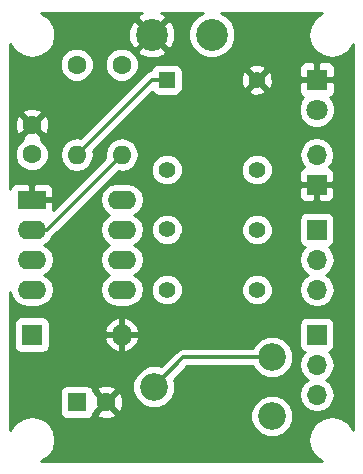
<source format=gtl>
G04 #@! TF.GenerationSoftware,KiCad,Pcbnew,(2017-10-17 revision 537804b)-master*
G04 #@! TF.CreationDate,2017-12-28T11:37:30+01:00*
G04 #@! TF.ProjectId,MonoStable555,4D6F6E6F537461626C653535352E6B69,rev?*
G04 #@! TF.SameCoordinates,Original*
G04 #@! TF.FileFunction,Copper,L1,Top,Signal*
G04 #@! TF.FilePolarity,Positive*
%FSLAX46Y46*%
G04 Gerber Fmt 4.6, Leading zero omitted, Abs format (unit mm)*
G04 Created by KiCad (PCBNEW (2017-10-17 revision 537804b)-master) date 2017 December 28, Thursday 11:37:30*
%MOMM*%
%LPD*%
G01*
G04 APERTURE LIST*
%ADD10C,1.400000*%
%ADD11R,1.400000X1.400000*%
%ADD12C,2.700020*%
%ADD13C,1.600000*%
%ADD14R,1.600000X1.600000*%
%ADD15C,1.800000*%
%ADD16R,1.800000X1.800000*%
%ADD17O,1.700000X1.700000*%
%ADD18R,1.700000X1.700000*%
%ADD19O,1.600000X1.600000*%
%ADD20C,2.340000*%
%ADD21O,2.400000X1.600000*%
%ADD22R,2.400000X1.600000*%
%ADD23O,1.800000X1.800000*%
%ADD24C,0.300000*%
%ADD25C,0.254000*%
G04 APERTURE END LIST*
D10*
X172720000Y-62230000D03*
X172730000Y-72400000D03*
X172730000Y-67320000D03*
X165100000Y-62230000D03*
X165100000Y-72390000D03*
X165100000Y-67300000D03*
X172720000Y-54610000D03*
D11*
X165100000Y-54610000D03*
D12*
X163830000Y-50800000D03*
X168910000Y-50800000D03*
D13*
X159980000Y-81915000D03*
D14*
X157480000Y-81915000D03*
D13*
X153670000Y-60920000D03*
X153670000Y-58420000D03*
D15*
X177800000Y-57150000D03*
D16*
X177800000Y-54610000D03*
D17*
X177800000Y-81280000D03*
X177800000Y-78740000D03*
D18*
X177800000Y-76200000D03*
X177800000Y-67310000D03*
D17*
X177800000Y-69850000D03*
X177800000Y-72390000D03*
D13*
X157480000Y-53340000D03*
D19*
X157480000Y-60960000D03*
D20*
X173990000Y-78105000D03*
X163990000Y-80605000D03*
X173990000Y-83105000D03*
D17*
X177800000Y-60960000D03*
D18*
X177800000Y-63500000D03*
D21*
X161290000Y-64770000D03*
X153670000Y-72390000D03*
X161290000Y-67310000D03*
X153670000Y-69850000D03*
X161290000Y-69850000D03*
X153670000Y-67310000D03*
X161290000Y-72390000D03*
D22*
X153670000Y-64770000D03*
D23*
X161290000Y-76200000D03*
D16*
X153670000Y-76200000D03*
D19*
X161290000Y-60960000D03*
D13*
X161290000Y-53340000D03*
D24*
X173990000Y-78105000D02*
X166490000Y-78105000D01*
X166490000Y-78105000D02*
X163990000Y-80605000D01*
X157480000Y-60960000D02*
X163830000Y-54610000D01*
X163830000Y-54610000D02*
X165100000Y-54610000D01*
X161290000Y-60960000D02*
X154940000Y-67310000D01*
X154940000Y-67310000D02*
X153670000Y-67310000D01*
D25*
G36*
X162745472Y-49091210D02*
X162604004Y-49394399D01*
X163830000Y-50620395D01*
X165055996Y-49394399D01*
X164914528Y-49091210D01*
X164601257Y-48970000D01*
X168140904Y-48970000D01*
X167787051Y-49116209D01*
X167228171Y-49674114D01*
X166925335Y-50403425D01*
X166924646Y-51193111D01*
X167226209Y-51922949D01*
X167784114Y-52481829D01*
X168513425Y-52784665D01*
X169303111Y-52785354D01*
X170032949Y-52483791D01*
X170591829Y-51925886D01*
X170894665Y-51196575D01*
X170895354Y-50406889D01*
X170593791Y-49677051D01*
X170035886Y-49118171D01*
X169679050Y-48970000D01*
X178269229Y-48970000D01*
X177652251Y-49382251D01*
X177217622Y-50032720D01*
X177065000Y-50800000D01*
X177217622Y-51567280D01*
X177652251Y-52217749D01*
X178302720Y-52652378D01*
X179070000Y-52805000D01*
X179837280Y-52652378D01*
X180487749Y-52217749D01*
X180900000Y-51600771D01*
X180900000Y-84289229D01*
X180487749Y-83672251D01*
X179837280Y-83237622D01*
X179070000Y-83085000D01*
X178302720Y-83237622D01*
X177652251Y-83672251D01*
X177217622Y-84322720D01*
X177065000Y-85090000D01*
X177217622Y-85857280D01*
X177652251Y-86507749D01*
X178269229Y-86920000D01*
X154470771Y-86920000D01*
X155087749Y-86507749D01*
X155522378Y-85857280D01*
X155675000Y-85090000D01*
X155522378Y-84322720D01*
X155087749Y-83672251D01*
X154773778Y-83462462D01*
X172184687Y-83462462D01*
X172458903Y-84126115D01*
X172966215Y-84634312D01*
X173629388Y-84909686D01*
X174347462Y-84910313D01*
X175011115Y-84636097D01*
X175519312Y-84128785D01*
X175794686Y-83465612D01*
X175795313Y-82747538D01*
X175521097Y-82083885D01*
X175013785Y-81575688D01*
X174350612Y-81300314D01*
X173632538Y-81299687D01*
X172968885Y-81573903D01*
X172460688Y-82081215D01*
X172185314Y-82744388D01*
X172184687Y-83462462D01*
X154773778Y-83462462D01*
X154437280Y-83237622D01*
X153670000Y-83085000D01*
X152902720Y-83237622D01*
X152252251Y-83672251D01*
X151840000Y-84289229D01*
X151840000Y-81115000D01*
X156032560Y-81115000D01*
X156032560Y-82715000D01*
X156081843Y-82962765D01*
X156222191Y-83172809D01*
X156432235Y-83313157D01*
X156680000Y-83362440D01*
X158280000Y-83362440D01*
X158527765Y-83313157D01*
X158737809Y-83172809D01*
X158878157Y-82962765D01*
X158886117Y-82922745D01*
X159151861Y-82922745D01*
X159225995Y-83168864D01*
X159763223Y-83361965D01*
X160333454Y-83334778D01*
X160734005Y-83168864D01*
X160808139Y-82922745D01*
X159980000Y-82094605D01*
X159151861Y-82922745D01*
X158886117Y-82922745D01*
X158924693Y-82728813D01*
X158972255Y-82743139D01*
X159800395Y-81915000D01*
X160159605Y-81915000D01*
X160987745Y-82743139D01*
X161233864Y-82669005D01*
X161426965Y-82131777D01*
X161399778Y-81561546D01*
X161233864Y-81160995D01*
X160987745Y-81086861D01*
X160159605Y-81915000D01*
X159800395Y-81915000D01*
X158972255Y-81086861D01*
X158924693Y-81101187D01*
X158886118Y-80907255D01*
X159151861Y-80907255D01*
X159980000Y-81735395D01*
X160752932Y-80962462D01*
X162184687Y-80962462D01*
X162458903Y-81626115D01*
X162966215Y-82134312D01*
X163629388Y-82409686D01*
X164347462Y-82410313D01*
X165011115Y-82136097D01*
X165519312Y-81628785D01*
X165794686Y-80965612D01*
X165795313Y-80247538D01*
X165696578Y-80008580D01*
X166815158Y-78890000D01*
X172361342Y-78890000D01*
X172458903Y-79126115D01*
X172966215Y-79634312D01*
X173629388Y-79909686D01*
X174347462Y-79910313D01*
X175011115Y-79636097D01*
X175519312Y-79128785D01*
X175680749Y-78740000D01*
X176285907Y-78740000D01*
X176398946Y-79308285D01*
X176720853Y-79790054D01*
X177050026Y-80010000D01*
X176720853Y-80229946D01*
X176398946Y-80711715D01*
X176285907Y-81280000D01*
X176398946Y-81848285D01*
X176720853Y-82330054D01*
X177202622Y-82651961D01*
X177770907Y-82765000D01*
X177829093Y-82765000D01*
X178397378Y-82651961D01*
X178879147Y-82330054D01*
X179201054Y-81848285D01*
X179314093Y-81280000D01*
X179201054Y-80711715D01*
X178879147Y-80229946D01*
X178549974Y-80010000D01*
X178879147Y-79790054D01*
X179201054Y-79308285D01*
X179314093Y-78740000D01*
X179201054Y-78171715D01*
X178879147Y-77689946D01*
X178835223Y-77660597D01*
X178897765Y-77648157D01*
X179107809Y-77507809D01*
X179248157Y-77297765D01*
X179297440Y-77050000D01*
X179297440Y-75350000D01*
X179248157Y-75102235D01*
X179107809Y-74892191D01*
X178897765Y-74751843D01*
X178650000Y-74702560D01*
X176950000Y-74702560D01*
X176702235Y-74751843D01*
X176492191Y-74892191D01*
X176351843Y-75102235D01*
X176302560Y-75350000D01*
X176302560Y-77050000D01*
X176351843Y-77297765D01*
X176492191Y-77507809D01*
X176702235Y-77648157D01*
X176764777Y-77660597D01*
X176720853Y-77689946D01*
X176398946Y-78171715D01*
X176285907Y-78740000D01*
X175680749Y-78740000D01*
X175794686Y-78465612D01*
X175795313Y-77747538D01*
X175521097Y-77083885D01*
X175013785Y-76575688D01*
X174350612Y-76300314D01*
X173632538Y-76299687D01*
X172968885Y-76573903D01*
X172460688Y-77081215D01*
X172361536Y-77320000D01*
X166490000Y-77320000D01*
X166189594Y-77379755D01*
X165934921Y-77549921D01*
X164586556Y-78898286D01*
X164350612Y-78800314D01*
X163632538Y-78799687D01*
X162968885Y-79073903D01*
X162460688Y-79581215D01*
X162185314Y-80244388D01*
X162184687Y-80962462D01*
X160752932Y-80962462D01*
X160808139Y-80907255D01*
X160734005Y-80661136D01*
X160196777Y-80468035D01*
X159626546Y-80495222D01*
X159225995Y-80661136D01*
X159151861Y-80907255D01*
X158886118Y-80907255D01*
X158878157Y-80867235D01*
X158737809Y-80657191D01*
X158527765Y-80516843D01*
X158280000Y-80467560D01*
X156680000Y-80467560D01*
X156432235Y-80516843D01*
X156222191Y-80657191D01*
X156081843Y-80867235D01*
X156032560Y-81115000D01*
X151840000Y-81115000D01*
X151840000Y-75300000D01*
X152122560Y-75300000D01*
X152122560Y-77100000D01*
X152171843Y-77347765D01*
X152312191Y-77557809D01*
X152522235Y-77698157D01*
X152770000Y-77747440D01*
X154570000Y-77747440D01*
X154817765Y-77698157D01*
X155027809Y-77557809D01*
X155168157Y-77347765D01*
X155217440Y-77100000D01*
X155217440Y-76564740D01*
X159798964Y-76564740D01*
X159977760Y-76996417D01*
X160382424Y-77437966D01*
X160925258Y-77691046D01*
X161163000Y-77570997D01*
X161163000Y-76327000D01*
X161417000Y-76327000D01*
X161417000Y-77570997D01*
X161654742Y-77691046D01*
X162197576Y-77437966D01*
X162602240Y-76996417D01*
X162781036Y-76564740D01*
X162660378Y-76327000D01*
X161417000Y-76327000D01*
X161163000Y-76327000D01*
X159919622Y-76327000D01*
X159798964Y-76564740D01*
X155217440Y-76564740D01*
X155217440Y-75835260D01*
X159798964Y-75835260D01*
X159919622Y-76073000D01*
X161163000Y-76073000D01*
X161163000Y-74829003D01*
X161417000Y-74829003D01*
X161417000Y-76073000D01*
X162660378Y-76073000D01*
X162781036Y-75835260D01*
X162602240Y-75403583D01*
X162197576Y-74962034D01*
X161654742Y-74708954D01*
X161417000Y-74829003D01*
X161163000Y-74829003D01*
X160925258Y-74708954D01*
X160382424Y-74962034D01*
X159977760Y-75403583D01*
X159798964Y-75835260D01*
X155217440Y-75835260D01*
X155217440Y-75300000D01*
X155168157Y-75052235D01*
X155027809Y-74842191D01*
X154817765Y-74701843D01*
X154570000Y-74652560D01*
X152770000Y-74652560D01*
X152522235Y-74701843D01*
X152312191Y-74842191D01*
X152171843Y-75052235D01*
X152122560Y-75300000D01*
X151840000Y-75300000D01*
X151840000Y-72595869D01*
X151908283Y-72939151D01*
X152219352Y-73404698D01*
X152684899Y-73715767D01*
X153234050Y-73825000D01*
X154105950Y-73825000D01*
X154655101Y-73715767D01*
X155120648Y-73404698D01*
X155431717Y-72939151D01*
X155540950Y-72390000D01*
X155431717Y-71840849D01*
X155120648Y-71375302D01*
X154738562Y-71120000D01*
X155120648Y-70864698D01*
X155431717Y-70399151D01*
X155540950Y-69850000D01*
X155431717Y-69300849D01*
X155120648Y-68835302D01*
X154738562Y-68580000D01*
X155120648Y-68324698D01*
X155373456Y-67946345D01*
X155495079Y-67865079D01*
X158590158Y-64770000D01*
X159419050Y-64770000D01*
X159528283Y-65319151D01*
X159839352Y-65784698D01*
X160221438Y-66040000D01*
X159839352Y-66295302D01*
X159528283Y-66760849D01*
X159419050Y-67310000D01*
X159528283Y-67859151D01*
X159839352Y-68324698D01*
X160221438Y-68580000D01*
X159839352Y-68835302D01*
X159528283Y-69300849D01*
X159419050Y-69850000D01*
X159528283Y-70399151D01*
X159839352Y-70864698D01*
X160221438Y-71120000D01*
X159839352Y-71375302D01*
X159528283Y-71840849D01*
X159419050Y-72390000D01*
X159528283Y-72939151D01*
X159839352Y-73404698D01*
X160304899Y-73715767D01*
X160854050Y-73825000D01*
X161725950Y-73825000D01*
X162275101Y-73715767D01*
X162740648Y-73404698D01*
X163051717Y-72939151D01*
X163108360Y-72654383D01*
X163764769Y-72654383D01*
X163967582Y-73145229D01*
X164342796Y-73521098D01*
X164833287Y-73724768D01*
X165364383Y-73725231D01*
X165855229Y-73522418D01*
X166231098Y-73147204D01*
X166431583Y-72664383D01*
X171394769Y-72664383D01*
X171597582Y-73155229D01*
X171972796Y-73531098D01*
X172463287Y-73734768D01*
X172994383Y-73735231D01*
X173485229Y-73532418D01*
X173861098Y-73157204D01*
X174064768Y-72666713D01*
X174065231Y-72135617D01*
X173862418Y-71644771D01*
X173487204Y-71268902D01*
X172996713Y-71065232D01*
X172465617Y-71064769D01*
X171974771Y-71267582D01*
X171598902Y-71642796D01*
X171395232Y-72133287D01*
X171394769Y-72664383D01*
X166431583Y-72664383D01*
X166434768Y-72656713D01*
X166435231Y-72125617D01*
X166232418Y-71634771D01*
X165857204Y-71258902D01*
X165366713Y-71055232D01*
X164835617Y-71054769D01*
X164344771Y-71257582D01*
X163968902Y-71632796D01*
X163765232Y-72123287D01*
X163764769Y-72654383D01*
X163108360Y-72654383D01*
X163160950Y-72390000D01*
X163051717Y-71840849D01*
X162740648Y-71375302D01*
X162358562Y-71120000D01*
X162740648Y-70864698D01*
X163051717Y-70399151D01*
X163160950Y-69850000D01*
X176285907Y-69850000D01*
X176398946Y-70418285D01*
X176720853Y-70900054D01*
X177050026Y-71120000D01*
X176720853Y-71339946D01*
X176398946Y-71821715D01*
X176285907Y-72390000D01*
X176398946Y-72958285D01*
X176720853Y-73440054D01*
X177202622Y-73761961D01*
X177770907Y-73875000D01*
X177829093Y-73875000D01*
X178397378Y-73761961D01*
X178879147Y-73440054D01*
X179201054Y-72958285D01*
X179314093Y-72390000D01*
X179201054Y-71821715D01*
X178879147Y-71339946D01*
X178549974Y-71120000D01*
X178879147Y-70900054D01*
X179201054Y-70418285D01*
X179314093Y-69850000D01*
X179201054Y-69281715D01*
X178879147Y-68799946D01*
X178835223Y-68770597D01*
X178897765Y-68758157D01*
X179107809Y-68617809D01*
X179248157Y-68407765D01*
X179297440Y-68160000D01*
X179297440Y-66460000D01*
X179248157Y-66212235D01*
X179107809Y-66002191D01*
X178897765Y-65861843D01*
X178650000Y-65812560D01*
X176950000Y-65812560D01*
X176702235Y-65861843D01*
X176492191Y-66002191D01*
X176351843Y-66212235D01*
X176302560Y-66460000D01*
X176302560Y-68160000D01*
X176351843Y-68407765D01*
X176492191Y-68617809D01*
X176702235Y-68758157D01*
X176764777Y-68770597D01*
X176720853Y-68799946D01*
X176398946Y-69281715D01*
X176285907Y-69850000D01*
X163160950Y-69850000D01*
X163051717Y-69300849D01*
X162740648Y-68835302D01*
X162358562Y-68580000D01*
X162740648Y-68324698D01*
X163051717Y-67859151D01*
X163110350Y-67564383D01*
X163764769Y-67564383D01*
X163967582Y-68055229D01*
X164342796Y-68431098D01*
X164833287Y-68634768D01*
X165364383Y-68635231D01*
X165855229Y-68432418D01*
X166231098Y-68057204D01*
X166427430Y-67584383D01*
X171394769Y-67584383D01*
X171597582Y-68075229D01*
X171972796Y-68451098D01*
X172463287Y-68654768D01*
X172994383Y-68655231D01*
X173485229Y-68452418D01*
X173861098Y-68077204D01*
X174064768Y-67586713D01*
X174065231Y-67055617D01*
X173862418Y-66564771D01*
X173487204Y-66188902D01*
X172996713Y-65985232D01*
X172465617Y-65984769D01*
X171974771Y-66187582D01*
X171598902Y-66562796D01*
X171395232Y-67053287D01*
X171394769Y-67584383D01*
X166427430Y-67584383D01*
X166434768Y-67566713D01*
X166435231Y-67035617D01*
X166232418Y-66544771D01*
X165857204Y-66168902D01*
X165366713Y-65965232D01*
X164835617Y-65964769D01*
X164344771Y-66167582D01*
X163968902Y-66542796D01*
X163765232Y-67033287D01*
X163764769Y-67564383D01*
X163110350Y-67564383D01*
X163160950Y-67310000D01*
X163051717Y-66760849D01*
X162740648Y-66295302D01*
X162358562Y-66040000D01*
X162740648Y-65784698D01*
X163051717Y-65319151D01*
X163160950Y-64770000D01*
X163051717Y-64220849D01*
X162760993Y-63785750D01*
X176315000Y-63785750D01*
X176315000Y-64476309D01*
X176411673Y-64709698D01*
X176590301Y-64888327D01*
X176823690Y-64985000D01*
X177514250Y-64985000D01*
X177673000Y-64826250D01*
X177673000Y-63627000D01*
X177927000Y-63627000D01*
X177927000Y-64826250D01*
X178085750Y-64985000D01*
X178776310Y-64985000D01*
X179009699Y-64888327D01*
X179188327Y-64709698D01*
X179285000Y-64476309D01*
X179285000Y-63785750D01*
X179126250Y-63627000D01*
X177927000Y-63627000D01*
X177673000Y-63627000D01*
X176473750Y-63627000D01*
X176315000Y-63785750D01*
X162760993Y-63785750D01*
X162740648Y-63755302D01*
X162275101Y-63444233D01*
X161725950Y-63335000D01*
X160854050Y-63335000D01*
X160304899Y-63444233D01*
X159839352Y-63755302D01*
X159528283Y-64220849D01*
X159419050Y-64770000D01*
X158590158Y-64770000D01*
X160865775Y-62494383D01*
X163764769Y-62494383D01*
X163967582Y-62985229D01*
X164342796Y-63361098D01*
X164833287Y-63564768D01*
X165364383Y-63565231D01*
X165855229Y-63362418D01*
X166231098Y-62987204D01*
X166434768Y-62496713D01*
X166434770Y-62494383D01*
X171384769Y-62494383D01*
X171587582Y-62985229D01*
X171962796Y-63361098D01*
X172453287Y-63564768D01*
X172984383Y-63565231D01*
X173475229Y-63362418D01*
X173851098Y-62987204D01*
X174054768Y-62496713D01*
X174055231Y-61965617D01*
X173852418Y-61474771D01*
X173477204Y-61098902D01*
X173072628Y-60930907D01*
X176315000Y-60930907D01*
X176315000Y-60989093D01*
X176428039Y-61557378D01*
X176749946Y-62039147D01*
X176755858Y-62043097D01*
X176590301Y-62111673D01*
X176411673Y-62290302D01*
X176315000Y-62523691D01*
X176315000Y-63214250D01*
X176473750Y-63373000D01*
X177673000Y-63373000D01*
X177673000Y-63353000D01*
X177927000Y-63353000D01*
X177927000Y-63373000D01*
X179126250Y-63373000D01*
X179285000Y-63214250D01*
X179285000Y-62523691D01*
X179188327Y-62290302D01*
X179009699Y-62111673D01*
X178844142Y-62043097D01*
X178850054Y-62039147D01*
X179171961Y-61557378D01*
X179285000Y-60989093D01*
X179285000Y-60930907D01*
X179171961Y-60362622D01*
X178850054Y-59880853D01*
X178368285Y-59558946D01*
X177800000Y-59445907D01*
X177231715Y-59558946D01*
X176749946Y-59880853D01*
X176428039Y-60362622D01*
X176315000Y-60930907D01*
X173072628Y-60930907D01*
X172986713Y-60895232D01*
X172455617Y-60894769D01*
X171964771Y-61097582D01*
X171588902Y-61472796D01*
X171385232Y-61963287D01*
X171384769Y-62494383D01*
X166434770Y-62494383D01*
X166435231Y-61965617D01*
X166232418Y-61474771D01*
X165857204Y-61098902D01*
X165366713Y-60895232D01*
X164835617Y-60894769D01*
X164344771Y-61097582D01*
X163968902Y-61472796D01*
X163765232Y-61963287D01*
X163764769Y-62494383D01*
X160865775Y-62494383D01*
X160995604Y-62364554D01*
X161290000Y-62423113D01*
X161839151Y-62313880D01*
X162304698Y-62002811D01*
X162615767Y-61537264D01*
X162725000Y-60988113D01*
X162725000Y-60931887D01*
X162615767Y-60382736D01*
X162304698Y-59917189D01*
X161839151Y-59606120D01*
X161290000Y-59496887D01*
X160740849Y-59606120D01*
X160275302Y-59917189D01*
X159964233Y-60382736D01*
X159855000Y-60931887D01*
X159855000Y-60988113D01*
X159904231Y-61235611D01*
X155505000Y-65634842D01*
X155505000Y-65055750D01*
X155346250Y-64897000D01*
X153797000Y-64897000D01*
X153797000Y-64917000D01*
X153543000Y-64917000D01*
X153543000Y-64897000D01*
X153523000Y-64897000D01*
X153523000Y-64643000D01*
X153543000Y-64643000D01*
X153543000Y-63493750D01*
X153797000Y-63493750D01*
X153797000Y-64643000D01*
X155346250Y-64643000D01*
X155505000Y-64484250D01*
X155505000Y-63843690D01*
X155408327Y-63610301D01*
X155229698Y-63431673D01*
X154996309Y-63335000D01*
X153955750Y-63335000D01*
X153797000Y-63493750D01*
X153543000Y-63493750D01*
X153384250Y-63335000D01*
X152343691Y-63335000D01*
X152110302Y-63431673D01*
X151931673Y-63610301D01*
X151840000Y-63831619D01*
X151840000Y-61204187D01*
X152234752Y-61204187D01*
X152452757Y-61731800D01*
X152856077Y-62135824D01*
X153383309Y-62354750D01*
X153954187Y-62355248D01*
X154481800Y-62137243D01*
X154885824Y-61733923D01*
X155104750Y-61206691D01*
X155104989Y-60931887D01*
X156045000Y-60931887D01*
X156045000Y-60988113D01*
X156154233Y-61537264D01*
X156465302Y-62002811D01*
X156930849Y-62313880D01*
X157480000Y-62423113D01*
X158029151Y-62313880D01*
X158494698Y-62002811D01*
X158805767Y-61537264D01*
X158915000Y-60988113D01*
X158915000Y-60931887D01*
X158865769Y-60684389D01*
X162096167Y-57453991D01*
X176264735Y-57453991D01*
X176497932Y-58018371D01*
X176929357Y-58450551D01*
X177493330Y-58684733D01*
X178103991Y-58685265D01*
X178668371Y-58452068D01*
X179100551Y-58020643D01*
X179334733Y-57456670D01*
X179335265Y-56846009D01*
X179102068Y-56281629D01*
X178924908Y-56104159D01*
X179059699Y-56048327D01*
X179238327Y-55869698D01*
X179335000Y-55636309D01*
X179335000Y-54895750D01*
X179176250Y-54737000D01*
X177927000Y-54737000D01*
X177927000Y-54757000D01*
X177673000Y-54757000D01*
X177673000Y-54737000D01*
X176423750Y-54737000D01*
X176265000Y-54895750D01*
X176265000Y-55636309D01*
X176361673Y-55869698D01*
X176540301Y-56048327D01*
X176674994Y-56104119D01*
X176499449Y-56279357D01*
X176265267Y-56843330D01*
X176264735Y-57453991D01*
X162096167Y-57453991D01*
X163878167Y-55671991D01*
X163942191Y-55767809D01*
X164152235Y-55908157D01*
X164400000Y-55957440D01*
X165800000Y-55957440D01*
X166047765Y-55908157D01*
X166257809Y-55767809D01*
X166398157Y-55557765D01*
X166400641Y-55545275D01*
X171964331Y-55545275D01*
X172026169Y-55781042D01*
X172527122Y-55957419D01*
X173057440Y-55928664D01*
X173413831Y-55781042D01*
X173475669Y-55545275D01*
X172720000Y-54789605D01*
X171964331Y-55545275D01*
X166400641Y-55545275D01*
X166447440Y-55310000D01*
X166447440Y-54417122D01*
X171372581Y-54417122D01*
X171401336Y-54947440D01*
X171548958Y-55303831D01*
X171784725Y-55365669D01*
X172540395Y-54610000D01*
X172899605Y-54610000D01*
X173655275Y-55365669D01*
X173891042Y-55303831D01*
X174067419Y-54802878D01*
X174038664Y-54272560D01*
X173891042Y-53916169D01*
X173655275Y-53854331D01*
X172899605Y-54610000D01*
X172540395Y-54610000D01*
X171784725Y-53854331D01*
X171548958Y-53916169D01*
X171372581Y-54417122D01*
X166447440Y-54417122D01*
X166447440Y-53910000D01*
X166400642Y-53674725D01*
X171964331Y-53674725D01*
X172720000Y-54430395D01*
X173475669Y-53674725D01*
X173451793Y-53583691D01*
X176265000Y-53583691D01*
X176265000Y-54324250D01*
X176423750Y-54483000D01*
X177673000Y-54483000D01*
X177673000Y-53233750D01*
X177927000Y-53233750D01*
X177927000Y-54483000D01*
X179176250Y-54483000D01*
X179335000Y-54324250D01*
X179335000Y-53583691D01*
X179238327Y-53350302D01*
X179059699Y-53171673D01*
X178826310Y-53075000D01*
X178085750Y-53075000D01*
X177927000Y-53233750D01*
X177673000Y-53233750D01*
X177514250Y-53075000D01*
X176773690Y-53075000D01*
X176540301Y-53171673D01*
X176361673Y-53350302D01*
X176265000Y-53583691D01*
X173451793Y-53583691D01*
X173413831Y-53438958D01*
X172912878Y-53262581D01*
X172382560Y-53291336D01*
X172026169Y-53438958D01*
X171964331Y-53674725D01*
X166400642Y-53674725D01*
X166398157Y-53662235D01*
X166257809Y-53452191D01*
X166047765Y-53311843D01*
X165800000Y-53262560D01*
X164400000Y-53262560D01*
X164152235Y-53311843D01*
X163942191Y-53452191D01*
X163801843Y-53662235D01*
X163766974Y-53837537D01*
X163529593Y-53884755D01*
X163274921Y-54054921D01*
X157774396Y-59555446D01*
X157480000Y-59496887D01*
X156930849Y-59606120D01*
X156465302Y-59917189D01*
X156154233Y-60382736D01*
X156045000Y-60931887D01*
X155104989Y-60931887D01*
X155105248Y-60635813D01*
X154887243Y-60108200D01*
X154483923Y-59704176D01*
X154417456Y-59676577D01*
X154424005Y-59673864D01*
X154498139Y-59427745D01*
X153670000Y-58599605D01*
X152841861Y-59427745D01*
X152915995Y-59673864D01*
X152922483Y-59676196D01*
X152858200Y-59702757D01*
X152454176Y-60106077D01*
X152235250Y-60633309D01*
X152234752Y-61204187D01*
X151840000Y-61204187D01*
X151840000Y-58203223D01*
X152223035Y-58203223D01*
X152250222Y-58773454D01*
X152416136Y-59174005D01*
X152662255Y-59248139D01*
X153490395Y-58420000D01*
X153849605Y-58420000D01*
X154677745Y-59248139D01*
X154923864Y-59174005D01*
X155116965Y-58636777D01*
X155089778Y-58066546D01*
X154923864Y-57665995D01*
X154677745Y-57591861D01*
X153849605Y-58420000D01*
X153490395Y-58420000D01*
X152662255Y-57591861D01*
X152416136Y-57665995D01*
X152223035Y-58203223D01*
X151840000Y-58203223D01*
X151840000Y-57412255D01*
X152841861Y-57412255D01*
X153670000Y-58240395D01*
X154498139Y-57412255D01*
X154424005Y-57166136D01*
X153886777Y-56973035D01*
X153316546Y-57000222D01*
X152915995Y-57166136D01*
X152841861Y-57412255D01*
X151840000Y-57412255D01*
X151840000Y-53624187D01*
X156044752Y-53624187D01*
X156262757Y-54151800D01*
X156666077Y-54555824D01*
X157193309Y-54774750D01*
X157764187Y-54775248D01*
X158291800Y-54557243D01*
X158695824Y-54153923D01*
X158914750Y-53626691D01*
X158914752Y-53624187D01*
X159854752Y-53624187D01*
X160072757Y-54151800D01*
X160476077Y-54555824D01*
X161003309Y-54774750D01*
X161574187Y-54775248D01*
X162101800Y-54557243D01*
X162505824Y-54153923D01*
X162724750Y-53626691D01*
X162725248Y-53055813D01*
X162507243Y-52528200D01*
X162185207Y-52205601D01*
X162604004Y-52205601D01*
X162745472Y-52508790D01*
X163481952Y-52793747D01*
X164271420Y-52775174D01*
X164914528Y-52508790D01*
X165055996Y-52205601D01*
X163830000Y-50979605D01*
X162604004Y-52205601D01*
X162185207Y-52205601D01*
X162103923Y-52124176D01*
X161576691Y-51905250D01*
X161005813Y-51904752D01*
X160478200Y-52122757D01*
X160074176Y-52526077D01*
X159855250Y-53053309D01*
X159854752Y-53624187D01*
X158914752Y-53624187D01*
X158915248Y-53055813D01*
X158697243Y-52528200D01*
X158293923Y-52124176D01*
X157766691Y-51905250D01*
X157195813Y-51904752D01*
X156668200Y-52122757D01*
X156264176Y-52526077D01*
X156045250Y-53053309D01*
X156044752Y-53624187D01*
X151840000Y-53624187D01*
X151840000Y-51600771D01*
X152252251Y-52217749D01*
X152902720Y-52652378D01*
X153670000Y-52805000D01*
X154437280Y-52652378D01*
X155087749Y-52217749D01*
X155522378Y-51567280D01*
X155675000Y-50800000D01*
X155605769Y-50451952D01*
X161836253Y-50451952D01*
X161854826Y-51241420D01*
X162121210Y-51884528D01*
X162424399Y-52025996D01*
X163650395Y-50800000D01*
X164009605Y-50800000D01*
X165235601Y-52025996D01*
X165538790Y-51884528D01*
X165823747Y-51148048D01*
X165805174Y-50358580D01*
X165538790Y-49715472D01*
X165235601Y-49574004D01*
X164009605Y-50800000D01*
X163650395Y-50800000D01*
X162424399Y-49574004D01*
X162121210Y-49715472D01*
X161836253Y-50451952D01*
X155605769Y-50451952D01*
X155522378Y-50032720D01*
X155087749Y-49382251D01*
X154470771Y-48970000D01*
X163038099Y-48970000D01*
X162745472Y-49091210D01*
X162745472Y-49091210D01*
G37*
X162745472Y-49091210D02*
X162604004Y-49394399D01*
X163830000Y-50620395D01*
X165055996Y-49394399D01*
X164914528Y-49091210D01*
X164601257Y-48970000D01*
X168140904Y-48970000D01*
X167787051Y-49116209D01*
X167228171Y-49674114D01*
X166925335Y-50403425D01*
X166924646Y-51193111D01*
X167226209Y-51922949D01*
X167784114Y-52481829D01*
X168513425Y-52784665D01*
X169303111Y-52785354D01*
X170032949Y-52483791D01*
X170591829Y-51925886D01*
X170894665Y-51196575D01*
X170895354Y-50406889D01*
X170593791Y-49677051D01*
X170035886Y-49118171D01*
X169679050Y-48970000D01*
X178269229Y-48970000D01*
X177652251Y-49382251D01*
X177217622Y-50032720D01*
X177065000Y-50800000D01*
X177217622Y-51567280D01*
X177652251Y-52217749D01*
X178302720Y-52652378D01*
X179070000Y-52805000D01*
X179837280Y-52652378D01*
X180487749Y-52217749D01*
X180900000Y-51600771D01*
X180900000Y-84289229D01*
X180487749Y-83672251D01*
X179837280Y-83237622D01*
X179070000Y-83085000D01*
X178302720Y-83237622D01*
X177652251Y-83672251D01*
X177217622Y-84322720D01*
X177065000Y-85090000D01*
X177217622Y-85857280D01*
X177652251Y-86507749D01*
X178269229Y-86920000D01*
X154470771Y-86920000D01*
X155087749Y-86507749D01*
X155522378Y-85857280D01*
X155675000Y-85090000D01*
X155522378Y-84322720D01*
X155087749Y-83672251D01*
X154773778Y-83462462D01*
X172184687Y-83462462D01*
X172458903Y-84126115D01*
X172966215Y-84634312D01*
X173629388Y-84909686D01*
X174347462Y-84910313D01*
X175011115Y-84636097D01*
X175519312Y-84128785D01*
X175794686Y-83465612D01*
X175795313Y-82747538D01*
X175521097Y-82083885D01*
X175013785Y-81575688D01*
X174350612Y-81300314D01*
X173632538Y-81299687D01*
X172968885Y-81573903D01*
X172460688Y-82081215D01*
X172185314Y-82744388D01*
X172184687Y-83462462D01*
X154773778Y-83462462D01*
X154437280Y-83237622D01*
X153670000Y-83085000D01*
X152902720Y-83237622D01*
X152252251Y-83672251D01*
X151840000Y-84289229D01*
X151840000Y-81115000D01*
X156032560Y-81115000D01*
X156032560Y-82715000D01*
X156081843Y-82962765D01*
X156222191Y-83172809D01*
X156432235Y-83313157D01*
X156680000Y-83362440D01*
X158280000Y-83362440D01*
X158527765Y-83313157D01*
X158737809Y-83172809D01*
X158878157Y-82962765D01*
X158886117Y-82922745D01*
X159151861Y-82922745D01*
X159225995Y-83168864D01*
X159763223Y-83361965D01*
X160333454Y-83334778D01*
X160734005Y-83168864D01*
X160808139Y-82922745D01*
X159980000Y-82094605D01*
X159151861Y-82922745D01*
X158886117Y-82922745D01*
X158924693Y-82728813D01*
X158972255Y-82743139D01*
X159800395Y-81915000D01*
X160159605Y-81915000D01*
X160987745Y-82743139D01*
X161233864Y-82669005D01*
X161426965Y-82131777D01*
X161399778Y-81561546D01*
X161233864Y-81160995D01*
X160987745Y-81086861D01*
X160159605Y-81915000D01*
X159800395Y-81915000D01*
X158972255Y-81086861D01*
X158924693Y-81101187D01*
X158886118Y-80907255D01*
X159151861Y-80907255D01*
X159980000Y-81735395D01*
X160752932Y-80962462D01*
X162184687Y-80962462D01*
X162458903Y-81626115D01*
X162966215Y-82134312D01*
X163629388Y-82409686D01*
X164347462Y-82410313D01*
X165011115Y-82136097D01*
X165519312Y-81628785D01*
X165794686Y-80965612D01*
X165795313Y-80247538D01*
X165696578Y-80008580D01*
X166815158Y-78890000D01*
X172361342Y-78890000D01*
X172458903Y-79126115D01*
X172966215Y-79634312D01*
X173629388Y-79909686D01*
X174347462Y-79910313D01*
X175011115Y-79636097D01*
X175519312Y-79128785D01*
X175680749Y-78740000D01*
X176285907Y-78740000D01*
X176398946Y-79308285D01*
X176720853Y-79790054D01*
X177050026Y-80010000D01*
X176720853Y-80229946D01*
X176398946Y-80711715D01*
X176285907Y-81280000D01*
X176398946Y-81848285D01*
X176720853Y-82330054D01*
X177202622Y-82651961D01*
X177770907Y-82765000D01*
X177829093Y-82765000D01*
X178397378Y-82651961D01*
X178879147Y-82330054D01*
X179201054Y-81848285D01*
X179314093Y-81280000D01*
X179201054Y-80711715D01*
X178879147Y-80229946D01*
X178549974Y-80010000D01*
X178879147Y-79790054D01*
X179201054Y-79308285D01*
X179314093Y-78740000D01*
X179201054Y-78171715D01*
X178879147Y-77689946D01*
X178835223Y-77660597D01*
X178897765Y-77648157D01*
X179107809Y-77507809D01*
X179248157Y-77297765D01*
X179297440Y-77050000D01*
X179297440Y-75350000D01*
X179248157Y-75102235D01*
X179107809Y-74892191D01*
X178897765Y-74751843D01*
X178650000Y-74702560D01*
X176950000Y-74702560D01*
X176702235Y-74751843D01*
X176492191Y-74892191D01*
X176351843Y-75102235D01*
X176302560Y-75350000D01*
X176302560Y-77050000D01*
X176351843Y-77297765D01*
X176492191Y-77507809D01*
X176702235Y-77648157D01*
X176764777Y-77660597D01*
X176720853Y-77689946D01*
X176398946Y-78171715D01*
X176285907Y-78740000D01*
X175680749Y-78740000D01*
X175794686Y-78465612D01*
X175795313Y-77747538D01*
X175521097Y-77083885D01*
X175013785Y-76575688D01*
X174350612Y-76300314D01*
X173632538Y-76299687D01*
X172968885Y-76573903D01*
X172460688Y-77081215D01*
X172361536Y-77320000D01*
X166490000Y-77320000D01*
X166189594Y-77379755D01*
X165934921Y-77549921D01*
X164586556Y-78898286D01*
X164350612Y-78800314D01*
X163632538Y-78799687D01*
X162968885Y-79073903D01*
X162460688Y-79581215D01*
X162185314Y-80244388D01*
X162184687Y-80962462D01*
X160752932Y-80962462D01*
X160808139Y-80907255D01*
X160734005Y-80661136D01*
X160196777Y-80468035D01*
X159626546Y-80495222D01*
X159225995Y-80661136D01*
X159151861Y-80907255D01*
X158886118Y-80907255D01*
X158878157Y-80867235D01*
X158737809Y-80657191D01*
X158527765Y-80516843D01*
X158280000Y-80467560D01*
X156680000Y-80467560D01*
X156432235Y-80516843D01*
X156222191Y-80657191D01*
X156081843Y-80867235D01*
X156032560Y-81115000D01*
X151840000Y-81115000D01*
X151840000Y-75300000D01*
X152122560Y-75300000D01*
X152122560Y-77100000D01*
X152171843Y-77347765D01*
X152312191Y-77557809D01*
X152522235Y-77698157D01*
X152770000Y-77747440D01*
X154570000Y-77747440D01*
X154817765Y-77698157D01*
X155027809Y-77557809D01*
X155168157Y-77347765D01*
X155217440Y-77100000D01*
X155217440Y-76564740D01*
X159798964Y-76564740D01*
X159977760Y-76996417D01*
X160382424Y-77437966D01*
X160925258Y-77691046D01*
X161163000Y-77570997D01*
X161163000Y-76327000D01*
X161417000Y-76327000D01*
X161417000Y-77570997D01*
X161654742Y-77691046D01*
X162197576Y-77437966D01*
X162602240Y-76996417D01*
X162781036Y-76564740D01*
X162660378Y-76327000D01*
X161417000Y-76327000D01*
X161163000Y-76327000D01*
X159919622Y-76327000D01*
X159798964Y-76564740D01*
X155217440Y-76564740D01*
X155217440Y-75835260D01*
X159798964Y-75835260D01*
X159919622Y-76073000D01*
X161163000Y-76073000D01*
X161163000Y-74829003D01*
X161417000Y-74829003D01*
X161417000Y-76073000D01*
X162660378Y-76073000D01*
X162781036Y-75835260D01*
X162602240Y-75403583D01*
X162197576Y-74962034D01*
X161654742Y-74708954D01*
X161417000Y-74829003D01*
X161163000Y-74829003D01*
X160925258Y-74708954D01*
X160382424Y-74962034D01*
X159977760Y-75403583D01*
X159798964Y-75835260D01*
X155217440Y-75835260D01*
X155217440Y-75300000D01*
X155168157Y-75052235D01*
X155027809Y-74842191D01*
X154817765Y-74701843D01*
X154570000Y-74652560D01*
X152770000Y-74652560D01*
X152522235Y-74701843D01*
X152312191Y-74842191D01*
X152171843Y-75052235D01*
X152122560Y-75300000D01*
X151840000Y-75300000D01*
X151840000Y-72595869D01*
X151908283Y-72939151D01*
X152219352Y-73404698D01*
X152684899Y-73715767D01*
X153234050Y-73825000D01*
X154105950Y-73825000D01*
X154655101Y-73715767D01*
X155120648Y-73404698D01*
X155431717Y-72939151D01*
X155540950Y-72390000D01*
X155431717Y-71840849D01*
X155120648Y-71375302D01*
X154738562Y-71120000D01*
X155120648Y-70864698D01*
X155431717Y-70399151D01*
X155540950Y-69850000D01*
X155431717Y-69300849D01*
X155120648Y-68835302D01*
X154738562Y-68580000D01*
X155120648Y-68324698D01*
X155373456Y-67946345D01*
X155495079Y-67865079D01*
X158590158Y-64770000D01*
X159419050Y-64770000D01*
X159528283Y-65319151D01*
X159839352Y-65784698D01*
X160221438Y-66040000D01*
X159839352Y-66295302D01*
X159528283Y-66760849D01*
X159419050Y-67310000D01*
X159528283Y-67859151D01*
X159839352Y-68324698D01*
X160221438Y-68580000D01*
X159839352Y-68835302D01*
X159528283Y-69300849D01*
X159419050Y-69850000D01*
X159528283Y-70399151D01*
X159839352Y-70864698D01*
X160221438Y-71120000D01*
X159839352Y-71375302D01*
X159528283Y-71840849D01*
X159419050Y-72390000D01*
X159528283Y-72939151D01*
X159839352Y-73404698D01*
X160304899Y-73715767D01*
X160854050Y-73825000D01*
X161725950Y-73825000D01*
X162275101Y-73715767D01*
X162740648Y-73404698D01*
X163051717Y-72939151D01*
X163108360Y-72654383D01*
X163764769Y-72654383D01*
X163967582Y-73145229D01*
X164342796Y-73521098D01*
X164833287Y-73724768D01*
X165364383Y-73725231D01*
X165855229Y-73522418D01*
X166231098Y-73147204D01*
X166431583Y-72664383D01*
X171394769Y-72664383D01*
X171597582Y-73155229D01*
X171972796Y-73531098D01*
X172463287Y-73734768D01*
X172994383Y-73735231D01*
X173485229Y-73532418D01*
X173861098Y-73157204D01*
X174064768Y-72666713D01*
X174065231Y-72135617D01*
X173862418Y-71644771D01*
X173487204Y-71268902D01*
X172996713Y-71065232D01*
X172465617Y-71064769D01*
X171974771Y-71267582D01*
X171598902Y-71642796D01*
X171395232Y-72133287D01*
X171394769Y-72664383D01*
X166431583Y-72664383D01*
X166434768Y-72656713D01*
X166435231Y-72125617D01*
X166232418Y-71634771D01*
X165857204Y-71258902D01*
X165366713Y-71055232D01*
X164835617Y-71054769D01*
X164344771Y-71257582D01*
X163968902Y-71632796D01*
X163765232Y-72123287D01*
X163764769Y-72654383D01*
X163108360Y-72654383D01*
X163160950Y-72390000D01*
X163051717Y-71840849D01*
X162740648Y-71375302D01*
X162358562Y-71120000D01*
X162740648Y-70864698D01*
X163051717Y-70399151D01*
X163160950Y-69850000D01*
X176285907Y-69850000D01*
X176398946Y-70418285D01*
X176720853Y-70900054D01*
X177050026Y-71120000D01*
X176720853Y-71339946D01*
X176398946Y-71821715D01*
X176285907Y-72390000D01*
X176398946Y-72958285D01*
X176720853Y-73440054D01*
X177202622Y-73761961D01*
X177770907Y-73875000D01*
X177829093Y-73875000D01*
X178397378Y-73761961D01*
X178879147Y-73440054D01*
X179201054Y-72958285D01*
X179314093Y-72390000D01*
X179201054Y-71821715D01*
X178879147Y-71339946D01*
X178549974Y-71120000D01*
X178879147Y-70900054D01*
X179201054Y-70418285D01*
X179314093Y-69850000D01*
X179201054Y-69281715D01*
X178879147Y-68799946D01*
X178835223Y-68770597D01*
X178897765Y-68758157D01*
X179107809Y-68617809D01*
X179248157Y-68407765D01*
X179297440Y-68160000D01*
X179297440Y-66460000D01*
X179248157Y-66212235D01*
X179107809Y-66002191D01*
X178897765Y-65861843D01*
X178650000Y-65812560D01*
X176950000Y-65812560D01*
X176702235Y-65861843D01*
X176492191Y-66002191D01*
X176351843Y-66212235D01*
X176302560Y-66460000D01*
X176302560Y-68160000D01*
X176351843Y-68407765D01*
X176492191Y-68617809D01*
X176702235Y-68758157D01*
X176764777Y-68770597D01*
X176720853Y-68799946D01*
X176398946Y-69281715D01*
X176285907Y-69850000D01*
X163160950Y-69850000D01*
X163051717Y-69300849D01*
X162740648Y-68835302D01*
X162358562Y-68580000D01*
X162740648Y-68324698D01*
X163051717Y-67859151D01*
X163110350Y-67564383D01*
X163764769Y-67564383D01*
X163967582Y-68055229D01*
X164342796Y-68431098D01*
X164833287Y-68634768D01*
X165364383Y-68635231D01*
X165855229Y-68432418D01*
X166231098Y-68057204D01*
X166427430Y-67584383D01*
X171394769Y-67584383D01*
X171597582Y-68075229D01*
X171972796Y-68451098D01*
X172463287Y-68654768D01*
X172994383Y-68655231D01*
X173485229Y-68452418D01*
X173861098Y-68077204D01*
X174064768Y-67586713D01*
X174065231Y-67055617D01*
X173862418Y-66564771D01*
X173487204Y-66188902D01*
X172996713Y-65985232D01*
X172465617Y-65984769D01*
X171974771Y-66187582D01*
X171598902Y-66562796D01*
X171395232Y-67053287D01*
X171394769Y-67584383D01*
X166427430Y-67584383D01*
X166434768Y-67566713D01*
X166435231Y-67035617D01*
X166232418Y-66544771D01*
X165857204Y-66168902D01*
X165366713Y-65965232D01*
X164835617Y-65964769D01*
X164344771Y-66167582D01*
X163968902Y-66542796D01*
X163765232Y-67033287D01*
X163764769Y-67564383D01*
X163110350Y-67564383D01*
X163160950Y-67310000D01*
X163051717Y-66760849D01*
X162740648Y-66295302D01*
X162358562Y-66040000D01*
X162740648Y-65784698D01*
X163051717Y-65319151D01*
X163160950Y-64770000D01*
X163051717Y-64220849D01*
X162760993Y-63785750D01*
X176315000Y-63785750D01*
X176315000Y-64476309D01*
X176411673Y-64709698D01*
X176590301Y-64888327D01*
X176823690Y-64985000D01*
X177514250Y-64985000D01*
X177673000Y-64826250D01*
X177673000Y-63627000D01*
X177927000Y-63627000D01*
X177927000Y-64826250D01*
X178085750Y-64985000D01*
X178776310Y-64985000D01*
X179009699Y-64888327D01*
X179188327Y-64709698D01*
X179285000Y-64476309D01*
X179285000Y-63785750D01*
X179126250Y-63627000D01*
X177927000Y-63627000D01*
X177673000Y-63627000D01*
X176473750Y-63627000D01*
X176315000Y-63785750D01*
X162760993Y-63785750D01*
X162740648Y-63755302D01*
X162275101Y-63444233D01*
X161725950Y-63335000D01*
X160854050Y-63335000D01*
X160304899Y-63444233D01*
X159839352Y-63755302D01*
X159528283Y-64220849D01*
X159419050Y-64770000D01*
X158590158Y-64770000D01*
X160865775Y-62494383D01*
X163764769Y-62494383D01*
X163967582Y-62985229D01*
X164342796Y-63361098D01*
X164833287Y-63564768D01*
X165364383Y-63565231D01*
X165855229Y-63362418D01*
X166231098Y-62987204D01*
X166434768Y-62496713D01*
X166434770Y-62494383D01*
X171384769Y-62494383D01*
X171587582Y-62985229D01*
X171962796Y-63361098D01*
X172453287Y-63564768D01*
X172984383Y-63565231D01*
X173475229Y-63362418D01*
X173851098Y-62987204D01*
X174054768Y-62496713D01*
X174055231Y-61965617D01*
X173852418Y-61474771D01*
X173477204Y-61098902D01*
X173072628Y-60930907D01*
X176315000Y-60930907D01*
X176315000Y-60989093D01*
X176428039Y-61557378D01*
X176749946Y-62039147D01*
X176755858Y-62043097D01*
X176590301Y-62111673D01*
X176411673Y-62290302D01*
X176315000Y-62523691D01*
X176315000Y-63214250D01*
X176473750Y-63373000D01*
X177673000Y-63373000D01*
X177673000Y-63353000D01*
X177927000Y-63353000D01*
X177927000Y-63373000D01*
X179126250Y-63373000D01*
X179285000Y-63214250D01*
X179285000Y-62523691D01*
X179188327Y-62290302D01*
X179009699Y-62111673D01*
X178844142Y-62043097D01*
X178850054Y-62039147D01*
X179171961Y-61557378D01*
X179285000Y-60989093D01*
X179285000Y-60930907D01*
X179171961Y-60362622D01*
X178850054Y-59880853D01*
X178368285Y-59558946D01*
X177800000Y-59445907D01*
X177231715Y-59558946D01*
X176749946Y-59880853D01*
X176428039Y-60362622D01*
X176315000Y-60930907D01*
X173072628Y-60930907D01*
X172986713Y-60895232D01*
X172455617Y-60894769D01*
X171964771Y-61097582D01*
X171588902Y-61472796D01*
X171385232Y-61963287D01*
X171384769Y-62494383D01*
X166434770Y-62494383D01*
X166435231Y-61965617D01*
X166232418Y-61474771D01*
X165857204Y-61098902D01*
X165366713Y-60895232D01*
X164835617Y-60894769D01*
X164344771Y-61097582D01*
X163968902Y-61472796D01*
X163765232Y-61963287D01*
X163764769Y-62494383D01*
X160865775Y-62494383D01*
X160995604Y-62364554D01*
X161290000Y-62423113D01*
X161839151Y-62313880D01*
X162304698Y-62002811D01*
X162615767Y-61537264D01*
X162725000Y-60988113D01*
X162725000Y-60931887D01*
X162615767Y-60382736D01*
X162304698Y-59917189D01*
X161839151Y-59606120D01*
X161290000Y-59496887D01*
X160740849Y-59606120D01*
X160275302Y-59917189D01*
X159964233Y-60382736D01*
X159855000Y-60931887D01*
X159855000Y-60988113D01*
X159904231Y-61235611D01*
X155505000Y-65634842D01*
X155505000Y-65055750D01*
X155346250Y-64897000D01*
X153797000Y-64897000D01*
X153797000Y-64917000D01*
X153543000Y-64917000D01*
X153543000Y-64897000D01*
X153523000Y-64897000D01*
X153523000Y-64643000D01*
X153543000Y-64643000D01*
X153543000Y-63493750D01*
X153797000Y-63493750D01*
X153797000Y-64643000D01*
X155346250Y-64643000D01*
X155505000Y-64484250D01*
X155505000Y-63843690D01*
X155408327Y-63610301D01*
X155229698Y-63431673D01*
X154996309Y-63335000D01*
X153955750Y-63335000D01*
X153797000Y-63493750D01*
X153543000Y-63493750D01*
X153384250Y-63335000D01*
X152343691Y-63335000D01*
X152110302Y-63431673D01*
X151931673Y-63610301D01*
X151840000Y-63831619D01*
X151840000Y-61204187D01*
X152234752Y-61204187D01*
X152452757Y-61731800D01*
X152856077Y-62135824D01*
X153383309Y-62354750D01*
X153954187Y-62355248D01*
X154481800Y-62137243D01*
X154885824Y-61733923D01*
X155104750Y-61206691D01*
X155104989Y-60931887D01*
X156045000Y-60931887D01*
X156045000Y-60988113D01*
X156154233Y-61537264D01*
X156465302Y-62002811D01*
X156930849Y-62313880D01*
X157480000Y-62423113D01*
X158029151Y-62313880D01*
X158494698Y-62002811D01*
X158805767Y-61537264D01*
X158915000Y-60988113D01*
X158915000Y-60931887D01*
X158865769Y-60684389D01*
X162096167Y-57453991D01*
X176264735Y-57453991D01*
X176497932Y-58018371D01*
X176929357Y-58450551D01*
X177493330Y-58684733D01*
X178103991Y-58685265D01*
X178668371Y-58452068D01*
X179100551Y-58020643D01*
X179334733Y-57456670D01*
X179335265Y-56846009D01*
X179102068Y-56281629D01*
X178924908Y-56104159D01*
X179059699Y-56048327D01*
X179238327Y-55869698D01*
X179335000Y-55636309D01*
X179335000Y-54895750D01*
X179176250Y-54737000D01*
X177927000Y-54737000D01*
X177927000Y-54757000D01*
X177673000Y-54757000D01*
X177673000Y-54737000D01*
X176423750Y-54737000D01*
X176265000Y-54895750D01*
X176265000Y-55636309D01*
X176361673Y-55869698D01*
X176540301Y-56048327D01*
X176674994Y-56104119D01*
X176499449Y-56279357D01*
X176265267Y-56843330D01*
X176264735Y-57453991D01*
X162096167Y-57453991D01*
X163878167Y-55671991D01*
X163942191Y-55767809D01*
X164152235Y-55908157D01*
X164400000Y-55957440D01*
X165800000Y-55957440D01*
X166047765Y-55908157D01*
X166257809Y-55767809D01*
X166398157Y-55557765D01*
X166400641Y-55545275D01*
X171964331Y-55545275D01*
X172026169Y-55781042D01*
X172527122Y-55957419D01*
X173057440Y-55928664D01*
X173413831Y-55781042D01*
X173475669Y-55545275D01*
X172720000Y-54789605D01*
X171964331Y-55545275D01*
X166400641Y-55545275D01*
X166447440Y-55310000D01*
X166447440Y-54417122D01*
X171372581Y-54417122D01*
X171401336Y-54947440D01*
X171548958Y-55303831D01*
X171784725Y-55365669D01*
X172540395Y-54610000D01*
X172899605Y-54610000D01*
X173655275Y-55365669D01*
X173891042Y-55303831D01*
X174067419Y-54802878D01*
X174038664Y-54272560D01*
X173891042Y-53916169D01*
X173655275Y-53854331D01*
X172899605Y-54610000D01*
X172540395Y-54610000D01*
X171784725Y-53854331D01*
X171548958Y-53916169D01*
X171372581Y-54417122D01*
X166447440Y-54417122D01*
X166447440Y-53910000D01*
X166400642Y-53674725D01*
X171964331Y-53674725D01*
X172720000Y-54430395D01*
X173475669Y-53674725D01*
X173451793Y-53583691D01*
X176265000Y-53583691D01*
X176265000Y-54324250D01*
X176423750Y-54483000D01*
X177673000Y-54483000D01*
X177673000Y-53233750D01*
X177927000Y-53233750D01*
X177927000Y-54483000D01*
X179176250Y-54483000D01*
X179335000Y-54324250D01*
X179335000Y-53583691D01*
X179238327Y-53350302D01*
X179059699Y-53171673D01*
X178826310Y-53075000D01*
X178085750Y-53075000D01*
X177927000Y-53233750D01*
X177673000Y-53233750D01*
X177514250Y-53075000D01*
X176773690Y-53075000D01*
X176540301Y-53171673D01*
X176361673Y-53350302D01*
X176265000Y-53583691D01*
X173451793Y-53583691D01*
X173413831Y-53438958D01*
X172912878Y-53262581D01*
X172382560Y-53291336D01*
X172026169Y-53438958D01*
X171964331Y-53674725D01*
X166400642Y-53674725D01*
X166398157Y-53662235D01*
X166257809Y-53452191D01*
X166047765Y-53311843D01*
X165800000Y-53262560D01*
X164400000Y-53262560D01*
X164152235Y-53311843D01*
X163942191Y-53452191D01*
X163801843Y-53662235D01*
X163766974Y-53837537D01*
X163529593Y-53884755D01*
X163274921Y-54054921D01*
X157774396Y-59555446D01*
X157480000Y-59496887D01*
X156930849Y-59606120D01*
X156465302Y-59917189D01*
X156154233Y-60382736D01*
X156045000Y-60931887D01*
X155104989Y-60931887D01*
X155105248Y-60635813D01*
X154887243Y-60108200D01*
X154483923Y-59704176D01*
X154417456Y-59676577D01*
X154424005Y-59673864D01*
X154498139Y-59427745D01*
X153670000Y-58599605D01*
X152841861Y-59427745D01*
X152915995Y-59673864D01*
X152922483Y-59676196D01*
X152858200Y-59702757D01*
X152454176Y-60106077D01*
X152235250Y-60633309D01*
X152234752Y-61204187D01*
X151840000Y-61204187D01*
X151840000Y-58203223D01*
X152223035Y-58203223D01*
X152250222Y-58773454D01*
X152416136Y-59174005D01*
X152662255Y-59248139D01*
X153490395Y-58420000D01*
X153849605Y-58420000D01*
X154677745Y-59248139D01*
X154923864Y-59174005D01*
X155116965Y-58636777D01*
X155089778Y-58066546D01*
X154923864Y-57665995D01*
X154677745Y-57591861D01*
X153849605Y-58420000D01*
X153490395Y-58420000D01*
X152662255Y-57591861D01*
X152416136Y-57665995D01*
X152223035Y-58203223D01*
X151840000Y-58203223D01*
X151840000Y-57412255D01*
X152841861Y-57412255D01*
X153670000Y-58240395D01*
X154498139Y-57412255D01*
X154424005Y-57166136D01*
X153886777Y-56973035D01*
X153316546Y-57000222D01*
X152915995Y-57166136D01*
X152841861Y-57412255D01*
X151840000Y-57412255D01*
X151840000Y-53624187D01*
X156044752Y-53624187D01*
X156262757Y-54151800D01*
X156666077Y-54555824D01*
X157193309Y-54774750D01*
X157764187Y-54775248D01*
X158291800Y-54557243D01*
X158695824Y-54153923D01*
X158914750Y-53626691D01*
X158914752Y-53624187D01*
X159854752Y-53624187D01*
X160072757Y-54151800D01*
X160476077Y-54555824D01*
X161003309Y-54774750D01*
X161574187Y-54775248D01*
X162101800Y-54557243D01*
X162505824Y-54153923D01*
X162724750Y-53626691D01*
X162725248Y-53055813D01*
X162507243Y-52528200D01*
X162185207Y-52205601D01*
X162604004Y-52205601D01*
X162745472Y-52508790D01*
X163481952Y-52793747D01*
X164271420Y-52775174D01*
X164914528Y-52508790D01*
X165055996Y-52205601D01*
X163830000Y-50979605D01*
X162604004Y-52205601D01*
X162185207Y-52205601D01*
X162103923Y-52124176D01*
X161576691Y-51905250D01*
X161005813Y-51904752D01*
X160478200Y-52122757D01*
X160074176Y-52526077D01*
X159855250Y-53053309D01*
X159854752Y-53624187D01*
X158914752Y-53624187D01*
X158915248Y-53055813D01*
X158697243Y-52528200D01*
X158293923Y-52124176D01*
X157766691Y-51905250D01*
X157195813Y-51904752D01*
X156668200Y-52122757D01*
X156264176Y-52526077D01*
X156045250Y-53053309D01*
X156044752Y-53624187D01*
X151840000Y-53624187D01*
X151840000Y-51600771D01*
X152252251Y-52217749D01*
X152902720Y-52652378D01*
X153670000Y-52805000D01*
X154437280Y-52652378D01*
X155087749Y-52217749D01*
X155522378Y-51567280D01*
X155675000Y-50800000D01*
X155605769Y-50451952D01*
X161836253Y-50451952D01*
X161854826Y-51241420D01*
X162121210Y-51884528D01*
X162424399Y-52025996D01*
X163650395Y-50800000D01*
X164009605Y-50800000D01*
X165235601Y-52025996D01*
X165538790Y-51884528D01*
X165823747Y-51148048D01*
X165805174Y-50358580D01*
X165538790Y-49715472D01*
X165235601Y-49574004D01*
X164009605Y-50800000D01*
X163650395Y-50800000D01*
X162424399Y-49574004D01*
X162121210Y-49715472D01*
X161836253Y-50451952D01*
X155605769Y-50451952D01*
X155522378Y-50032720D01*
X155087749Y-49382251D01*
X154470771Y-48970000D01*
X163038099Y-48970000D01*
X162745472Y-49091210D01*
M02*

</source>
